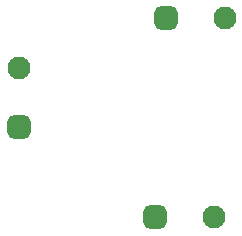
<source format=gbl>
G04*
G04 #@! TF.GenerationSoftware,Altium Limited,Altium Designer,24.9.1 (31)*
G04*
G04 Layer_Physical_Order=2*
G04 Layer_Color=16711680*
%FSLAX44Y44*%
%MOMM*%
G71*
G04*
G04 #@! TF.SameCoordinates,6FF1A4AC-1349-41AC-8DD2-F97DD9D855A8*
G04*
G04*
G04 #@! TF.FilePolarity,Positive*
G04*
G01*
G75*
G04:AMPARAMS|DCode=25|XSize=1.95mm|YSize=1.95mm|CornerRadius=0.4875mm|HoleSize=0mm|Usage=FLASHONLY|Rotation=0.000|XOffset=0mm|YOffset=0mm|HoleType=Round|Shape=RoundedRectangle|*
%AMROUNDEDRECTD25*
21,1,1.9500,0.9750,0,0,0.0*
21,1,0.9750,1.9500,0,0,0.0*
1,1,0.9750,0.4875,-0.4875*
1,1,0.9750,-0.4875,-0.4875*
1,1,0.9750,-0.4875,0.4875*
1,1,0.9750,0.4875,0.4875*
%
%ADD25ROUNDEDRECTD25*%
%ADD26C,1.9500*%
G04:AMPARAMS|DCode=27|XSize=1.95mm|YSize=1.95mm|CornerRadius=0.4875mm|HoleSize=0mm|Usage=FLASHONLY|Rotation=90.000|XOffset=0mm|YOffset=0mm|HoleType=Round|Shape=RoundedRectangle|*
%AMROUNDEDRECTD27*
21,1,1.9500,0.9750,0,0,90.0*
21,1,0.9750,1.9500,0,0,90.0*
1,1,0.9750,0.4875,0.4875*
1,1,0.9750,0.4875,-0.4875*
1,1,0.9750,-0.4875,-0.4875*
1,1,0.9750,-0.4875,0.4875*
%
%ADD27ROUNDEDRECTD27*%
D25*
X168910Y215900D02*
D03*
X160020Y46990D02*
D03*
D26*
X218910Y215900D02*
D03*
X44490Y173590D02*
D03*
X210020Y46990D02*
D03*
D27*
X44490Y123590D02*
D03*
M02*

</source>
